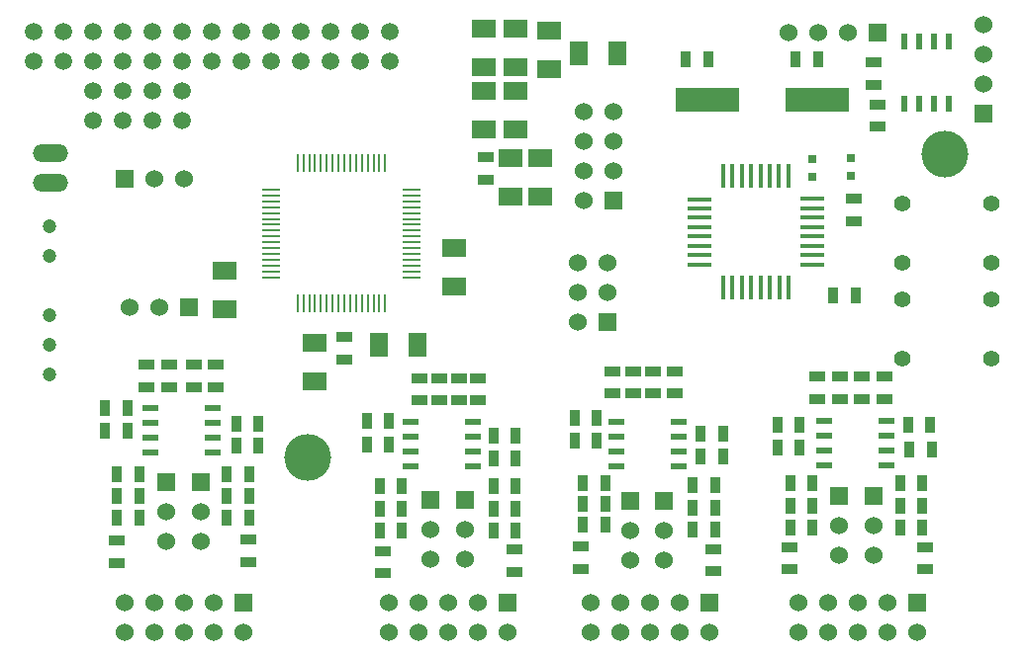
<source format=gts>
G04 (created by PCBNEW (2013-mar-13)-testing) date Thu 04 Apr 2013 06:32:20 PM CEST*
%MOIN*%
G04 Gerber Fmt 3.4, Leading zero omitted, Abs format*
%FSLAX34Y34*%
G01*
G70*
G90*
G04 APERTURE LIST*
%ADD10C,2.3622e-06*%
%ADD11R,0.0177787X0.0787787*%
%ADD12R,0.0787787X0.0177787*%
%ADD13C,0.0550787*%
%ADD14R,0.0551787X0.0236787*%
%ADD15R,0.0236787X0.0551787*%
%ADD16R,0.0800787X0.0600787*%
%ADD17R,0.0600787X0.0800787*%
%ADD18R,0.0350787X0.0550787*%
%ADD19R,0.0550787X0.0350787*%
%ADD20O,0.118779X0.0593787*%
%ADD21R,0.0600787X0.0600787*%
%ADD22C,0.0600787*%
%ADD23R,0.0314787X0.0314787*%
%ADD24R,0.0591787X0.0106787*%
%ADD25R,0.00987874X0.0591787*%
%ADD26C,0.0472787*%
%ADD27R,0.216579X0.0787787*%
%ADD28C,0.0591787*%
%ADD29C,0.157579*%
G04 APERTURE END LIST*
G54D10*
G54D11*
X60957Y-46904D03*
X61272Y-46904D03*
X61587Y-46904D03*
X61902Y-46904D03*
X62217Y-46904D03*
X62532Y-46904D03*
X62847Y-46904D03*
X63162Y-46904D03*
X63160Y-50670D03*
X60950Y-50670D03*
X61270Y-50670D03*
X61590Y-50670D03*
X61900Y-50670D03*
X62220Y-50670D03*
X62530Y-50670D03*
X62850Y-50670D03*
G54D12*
X63950Y-47688D03*
X63950Y-48002D03*
X63950Y-48318D03*
X63950Y-48632D03*
X63950Y-48948D03*
X63950Y-49262D03*
X63950Y-49578D03*
X63950Y-49892D03*
X60170Y-47690D03*
X60170Y-48000D03*
X60170Y-48320D03*
X60170Y-48630D03*
X60170Y-48940D03*
X60170Y-49260D03*
X60170Y-49580D03*
X60170Y-49900D03*
G54D13*
X70000Y-51075D03*
X70000Y-53075D03*
X67000Y-51075D03*
X67000Y-53075D03*
X70000Y-47850D03*
X70000Y-49850D03*
X67000Y-47850D03*
X67000Y-49850D03*
G54D14*
X41674Y-56250D03*
X43774Y-56250D03*
X41674Y-55750D03*
X41674Y-55250D03*
X41674Y-54750D03*
X43774Y-55750D03*
X43774Y-55250D03*
X43774Y-54750D03*
G54D15*
X68575Y-44475D03*
X68575Y-42375D03*
X68075Y-44475D03*
X67575Y-44475D03*
X67075Y-44475D03*
X68075Y-42375D03*
X67575Y-42375D03*
X67075Y-42375D03*
G54D14*
X64357Y-56661D03*
X66457Y-56661D03*
X64357Y-56161D03*
X64357Y-55661D03*
X64357Y-55161D03*
X66457Y-56161D03*
X66457Y-55661D03*
X66457Y-55161D03*
X57368Y-56718D03*
X59468Y-56718D03*
X57368Y-56218D03*
X57368Y-55718D03*
X57368Y-55218D03*
X59468Y-56218D03*
X59468Y-55718D03*
X59468Y-55218D03*
X50416Y-56707D03*
X52516Y-56707D03*
X50416Y-56207D03*
X50416Y-55707D03*
X50416Y-55207D03*
X52516Y-56207D03*
X52516Y-55707D03*
X52516Y-55207D03*
G54D16*
X52900Y-41950D03*
X52900Y-43250D03*
X52900Y-45350D03*
X52900Y-44050D03*
X53950Y-45350D03*
X53950Y-44050D03*
X53800Y-46300D03*
X53800Y-47600D03*
G54D17*
X56100Y-42775D03*
X57400Y-42775D03*
G54D16*
X54800Y-46300D03*
X54800Y-47600D03*
X55100Y-43300D03*
X55100Y-42000D03*
X53950Y-41950D03*
X53950Y-43250D03*
X51900Y-50650D03*
X51900Y-49350D03*
G54D17*
X49350Y-52600D03*
X50650Y-52600D03*
G54D16*
X47200Y-53850D03*
X47200Y-52550D03*
X44150Y-51400D03*
X44150Y-50100D03*
G54D18*
X49398Y-58123D03*
X50148Y-58123D03*
G54D19*
X52057Y-54482D03*
X52057Y-53732D03*
X52687Y-54482D03*
X52687Y-53732D03*
X51387Y-54482D03*
X51387Y-53732D03*
X50718Y-54482D03*
X50718Y-53732D03*
G54D18*
X63971Y-58785D03*
X63221Y-58785D03*
X63221Y-57288D03*
X63971Y-57288D03*
X67671Y-58037D03*
X66921Y-58037D03*
G54D19*
X49498Y-60309D03*
X49498Y-59559D03*
G54D18*
X48965Y-55170D03*
X49715Y-55170D03*
X48965Y-55957D03*
X49715Y-55957D03*
X50148Y-58871D03*
X49398Y-58871D03*
X49398Y-57375D03*
X50148Y-57375D03*
X53967Y-58123D03*
X53217Y-58123D03*
X55956Y-55850D03*
X56706Y-55850D03*
G54D19*
X53946Y-60269D03*
X53946Y-59519D03*
G54D18*
X53967Y-55682D03*
X53217Y-55682D03*
X53967Y-56430D03*
X53217Y-56430D03*
X53217Y-58871D03*
X53967Y-58871D03*
X53967Y-57375D03*
X53217Y-57375D03*
X62787Y-56068D03*
X63537Y-56068D03*
X67947Y-55320D03*
X67197Y-55320D03*
X67986Y-56147D03*
X67236Y-56147D03*
X66921Y-58785D03*
X67671Y-58785D03*
X67671Y-57288D03*
X66921Y-57288D03*
G54D19*
X67769Y-60183D03*
X67769Y-59433D03*
X57237Y-54256D03*
X57237Y-53506D03*
X57945Y-54256D03*
X57945Y-53506D03*
X59323Y-54256D03*
X59323Y-53506D03*
X58614Y-54256D03*
X58614Y-53506D03*
G54D18*
X56232Y-57976D03*
X56982Y-57976D03*
X60682Y-57346D03*
X59932Y-57346D03*
G54D19*
X56174Y-60162D03*
X56174Y-59412D03*
G54D18*
X55956Y-55062D03*
X56706Y-55062D03*
X41288Y-58453D03*
X40538Y-58453D03*
X56982Y-58685D03*
X56232Y-58685D03*
X56232Y-57267D03*
X56982Y-57267D03*
X60682Y-58094D03*
X59932Y-58094D03*
G54D19*
X60622Y-60241D03*
X60622Y-59491D03*
G54D18*
X60958Y-55614D03*
X60208Y-55614D03*
X60958Y-56362D03*
X60208Y-56362D03*
X59932Y-58842D03*
X60682Y-58842D03*
G54D19*
X66025Y-43825D03*
X66025Y-43075D03*
G54D18*
X62787Y-55320D03*
X63537Y-55320D03*
G54D19*
X63202Y-60183D03*
X63202Y-59433D03*
G54D18*
X63221Y-58037D03*
X63971Y-58037D03*
G54D19*
X65643Y-54435D03*
X65643Y-53685D03*
X66391Y-54435D03*
X66391Y-53685D03*
X66150Y-45250D03*
X66150Y-44500D03*
G54D18*
X64675Y-50925D03*
X65425Y-50925D03*
G54D19*
X64895Y-54435D03*
X64895Y-53685D03*
X65375Y-47675D03*
X65375Y-48425D03*
X64147Y-54435D03*
X64147Y-53685D03*
G54D18*
X63400Y-42975D03*
X64150Y-42975D03*
X59700Y-42975D03*
X60450Y-42975D03*
G54D19*
X48200Y-53100D03*
X48200Y-52350D03*
X52950Y-46275D03*
X52950Y-47025D03*
G54D18*
X40144Y-55500D03*
X40894Y-55500D03*
G54D19*
X41543Y-54025D03*
X41543Y-53275D03*
X42291Y-54025D03*
X42291Y-53275D03*
X43866Y-54025D03*
X43866Y-53275D03*
X43118Y-54025D03*
X43118Y-53275D03*
G54D18*
X40538Y-57705D03*
X41288Y-57705D03*
G54D19*
X40519Y-59969D03*
X40519Y-59219D03*
G54D18*
X40144Y-54752D03*
X40894Y-54752D03*
X44989Y-56957D03*
X44239Y-56957D03*
X44239Y-58453D03*
X44989Y-58453D03*
X45304Y-56012D03*
X44554Y-56012D03*
X45304Y-55264D03*
X44554Y-55264D03*
G54D19*
X44968Y-59930D03*
X44968Y-59180D03*
G54D18*
X44989Y-57705D03*
X44239Y-57705D03*
X40538Y-56957D03*
X41288Y-56957D03*
G54D20*
X38300Y-47150D03*
X38300Y-46150D03*
G54D21*
X67485Y-61311D03*
G54D22*
X67485Y-62311D03*
X66485Y-61311D03*
X66485Y-62311D03*
X65485Y-61311D03*
X65485Y-62311D03*
X64485Y-61311D03*
X64485Y-62311D03*
X63485Y-61311D03*
X63485Y-62311D03*
G54D21*
X53702Y-61311D03*
G54D22*
X53702Y-62311D03*
X52702Y-61311D03*
X52702Y-62311D03*
X51702Y-61311D03*
X51702Y-62311D03*
X50702Y-61311D03*
X50702Y-62311D03*
X49702Y-61311D03*
X49702Y-62311D03*
G54D21*
X60496Y-61311D03*
G54D22*
X60496Y-62311D03*
X59496Y-61311D03*
X59496Y-62311D03*
X58496Y-61311D03*
X58496Y-62311D03*
X57496Y-61311D03*
X57496Y-62311D03*
X56496Y-61311D03*
X56496Y-62311D03*
G54D21*
X44800Y-61311D03*
G54D22*
X44800Y-62311D03*
X43800Y-61311D03*
X43800Y-62311D03*
X42800Y-61311D03*
X42800Y-62311D03*
X41800Y-61311D03*
X41800Y-62311D03*
X40800Y-61311D03*
X40800Y-62311D03*
G54D21*
X57250Y-47750D03*
G54D22*
X56250Y-47750D03*
X57250Y-46750D03*
X56250Y-46750D03*
X57250Y-45750D03*
X56250Y-45750D03*
X57250Y-44750D03*
X56250Y-44750D03*
G54D21*
X40800Y-47000D03*
G54D22*
X41800Y-47000D03*
X42800Y-47000D03*
G54D21*
X66025Y-57700D03*
G54D22*
X66025Y-58700D03*
X66025Y-59700D03*
G54D21*
X64875Y-57700D03*
G54D22*
X64875Y-58700D03*
X64875Y-59700D03*
G54D21*
X42950Y-51350D03*
G54D22*
X41950Y-51350D03*
X40950Y-51350D03*
G54D21*
X42212Y-57256D03*
G54D22*
X42212Y-58256D03*
X42212Y-59256D03*
G54D21*
X43354Y-57256D03*
G54D22*
X43354Y-58256D03*
X43354Y-59256D03*
G54D21*
X51112Y-57831D03*
G54D22*
X51112Y-58831D03*
X51112Y-59831D03*
G54D21*
X52253Y-57831D03*
G54D22*
X52253Y-58831D03*
X52253Y-59831D03*
G54D21*
X57827Y-57881D03*
G54D22*
X57827Y-58881D03*
X57827Y-59881D03*
G54D21*
X58969Y-57881D03*
G54D22*
X58969Y-58881D03*
X58969Y-59881D03*
G54D23*
X65275Y-46895D03*
X65275Y-46305D03*
X63975Y-46945D03*
X63975Y-46355D03*
G54D24*
X50462Y-48948D03*
X50462Y-49145D03*
X50462Y-49342D03*
X50462Y-49539D03*
X50462Y-49736D03*
X50462Y-49933D03*
X50462Y-50130D03*
X50462Y-50326D03*
X50462Y-47374D03*
X45738Y-47374D03*
X45738Y-50326D03*
X50462Y-48752D03*
X50462Y-48555D03*
X50462Y-48358D03*
X50462Y-48161D03*
X50462Y-47964D03*
X50462Y-47767D03*
X50462Y-47570D03*
X45738Y-47570D03*
X45738Y-47767D03*
X45738Y-47964D03*
X45738Y-48161D03*
X45738Y-48358D03*
X45738Y-48555D03*
X45738Y-48752D03*
X45738Y-48948D03*
X45738Y-49145D03*
X45738Y-49342D03*
X45738Y-49539D03*
X45738Y-49736D03*
X45738Y-49933D03*
X45738Y-50130D03*
G54D25*
X49576Y-51212D03*
X49380Y-51212D03*
X49183Y-51212D03*
X48986Y-51212D03*
X48789Y-51212D03*
X48592Y-51212D03*
X48002Y-51212D03*
X47608Y-51212D03*
X47411Y-51212D03*
X48395Y-51212D03*
X48198Y-51212D03*
X47805Y-51212D03*
X47214Y-51212D03*
X47017Y-51212D03*
X46820Y-51212D03*
X46624Y-51212D03*
X49576Y-46488D03*
X49380Y-46488D03*
X49183Y-46488D03*
X48986Y-46488D03*
X48789Y-46488D03*
X48592Y-46488D03*
X48395Y-46488D03*
X48198Y-46488D03*
X48002Y-46488D03*
X47805Y-46488D03*
X47608Y-46488D03*
X47411Y-46488D03*
X47214Y-46488D03*
X47017Y-46488D03*
X46820Y-46488D03*
X46624Y-46488D03*
G54D26*
X38250Y-48600D03*
X38250Y-49600D03*
X38250Y-51600D03*
X38250Y-52600D03*
X38250Y-53600D03*
G54D21*
X57050Y-51850D03*
G54D22*
X56050Y-51850D03*
X57050Y-50850D03*
X56050Y-50850D03*
X57050Y-49850D03*
X56050Y-49850D03*
G54D27*
X64125Y-44350D03*
X60425Y-44350D03*
G54D21*
X66150Y-42075D03*
G54D22*
X65150Y-42075D03*
X64150Y-42075D03*
X63150Y-42075D03*
G54D21*
X69725Y-44800D03*
G54D22*
X69725Y-43800D03*
X69725Y-42800D03*
X69725Y-41800D03*
G54D28*
X37716Y-43047D03*
X37716Y-42047D03*
X38716Y-43047D03*
X38716Y-42047D03*
X39716Y-43047D03*
X39716Y-42047D03*
X40716Y-43047D03*
X40716Y-42047D03*
X41716Y-43047D03*
X41716Y-42047D03*
X42716Y-43047D03*
X42716Y-42047D03*
X43716Y-43047D03*
X43716Y-42047D03*
X44716Y-43047D03*
X44716Y-42047D03*
X45716Y-43047D03*
X45716Y-42047D03*
X46716Y-43047D03*
X46716Y-42047D03*
X47716Y-43047D03*
X47716Y-42047D03*
X48716Y-43047D03*
X48716Y-42047D03*
X49716Y-43047D03*
X49716Y-42047D03*
X39716Y-44047D03*
X39716Y-45047D03*
X40716Y-44047D03*
X40716Y-45047D03*
X41716Y-44047D03*
X41716Y-45047D03*
X42716Y-44047D03*
X42716Y-45047D03*
G54D29*
X46968Y-56417D03*
X68425Y-46181D03*
M02*

</source>
